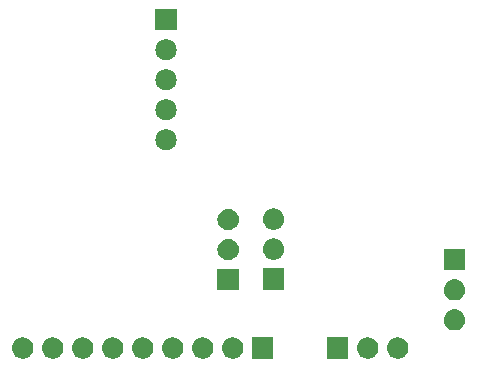
<source format=gbr>
G04 #@! TF.GenerationSoftware,KiCad,Pcbnew,(6.0.0-rc1-dev-1027-g90233e5ec)*
G04 #@! TF.CreationDate,2018-11-05T19:20:42+01:00*
G04 #@! TF.ProjectId,eBoard_remote_reciever,65426F6172645F72656D6F74655F7265,rev?*
G04 #@! TF.SameCoordinates,Original*
G04 #@! TF.FileFunction,Soldermask,Bot*
G04 #@! TF.FilePolarity,Negative*
%FSLAX46Y46*%
G04 Gerber Fmt 4.6, Leading zero omitted, Abs format (unit mm)*
G04 Created by KiCad (PCBNEW (6.0.0-rc1-dev-1027-g90233e5ec)) date 05.11.2018 19.20.43*
%MOMM*%
%LPD*%
G01*
G04 APERTURE LIST*
%ADD10C,0.100000*%
G04 APERTURE END LIST*
D10*
G36*
X167750443Y-148965519D02*
X167816627Y-148972037D01*
X167929853Y-149006384D01*
X167986467Y-149023557D01*
X168125087Y-149097652D01*
X168142991Y-149107222D01*
X168178729Y-149136552D01*
X168280186Y-149219814D01*
X168363448Y-149321271D01*
X168392778Y-149357009D01*
X168392779Y-149357011D01*
X168476443Y-149513533D01*
X168476443Y-149513534D01*
X168527963Y-149683373D01*
X168545359Y-149860000D01*
X168527963Y-150036627D01*
X168493616Y-150149853D01*
X168476443Y-150206467D01*
X168402348Y-150345087D01*
X168392778Y-150362991D01*
X168363448Y-150398729D01*
X168280186Y-150500186D01*
X168178729Y-150583448D01*
X168142991Y-150612778D01*
X168142989Y-150612779D01*
X167986467Y-150696443D01*
X167929853Y-150713616D01*
X167816627Y-150747963D01*
X167750443Y-150754481D01*
X167684260Y-150761000D01*
X167595740Y-150761000D01*
X167529557Y-150754481D01*
X167463373Y-150747963D01*
X167350147Y-150713616D01*
X167293533Y-150696443D01*
X167137011Y-150612779D01*
X167137009Y-150612778D01*
X167101271Y-150583448D01*
X166999814Y-150500186D01*
X166916552Y-150398729D01*
X166887222Y-150362991D01*
X166877652Y-150345087D01*
X166803557Y-150206467D01*
X166786384Y-150149853D01*
X166752037Y-150036627D01*
X166734641Y-149860000D01*
X166752037Y-149683373D01*
X166803557Y-149513534D01*
X166803557Y-149513533D01*
X166887221Y-149357011D01*
X166887222Y-149357009D01*
X166916552Y-149321271D01*
X166999814Y-149219814D01*
X167101271Y-149136552D01*
X167137009Y-149107222D01*
X167154913Y-149097652D01*
X167293533Y-149023557D01*
X167350147Y-149006384D01*
X167463373Y-148972037D01*
X167529557Y-148965519D01*
X167595740Y-148959000D01*
X167684260Y-148959000D01*
X167750443Y-148965519D01*
X167750443Y-148965519D01*
G37*
G36*
X165210443Y-148965519D02*
X165276627Y-148972037D01*
X165389853Y-149006384D01*
X165446467Y-149023557D01*
X165585087Y-149097652D01*
X165602991Y-149107222D01*
X165638729Y-149136552D01*
X165740186Y-149219814D01*
X165823448Y-149321271D01*
X165852778Y-149357009D01*
X165852779Y-149357011D01*
X165936443Y-149513533D01*
X165936443Y-149513534D01*
X165987963Y-149683373D01*
X166005359Y-149860000D01*
X165987963Y-150036627D01*
X165953616Y-150149853D01*
X165936443Y-150206467D01*
X165862348Y-150345087D01*
X165852778Y-150362991D01*
X165823448Y-150398729D01*
X165740186Y-150500186D01*
X165638729Y-150583448D01*
X165602991Y-150612778D01*
X165602989Y-150612779D01*
X165446467Y-150696443D01*
X165389853Y-150713616D01*
X165276627Y-150747963D01*
X165210443Y-150754481D01*
X165144260Y-150761000D01*
X165055740Y-150761000D01*
X164989557Y-150754481D01*
X164923373Y-150747963D01*
X164810147Y-150713616D01*
X164753533Y-150696443D01*
X164597011Y-150612779D01*
X164597009Y-150612778D01*
X164561271Y-150583448D01*
X164459814Y-150500186D01*
X164376552Y-150398729D01*
X164347222Y-150362991D01*
X164337652Y-150345087D01*
X164263557Y-150206467D01*
X164246384Y-150149853D01*
X164212037Y-150036627D01*
X164194641Y-149860000D01*
X164212037Y-149683373D01*
X164263557Y-149513534D01*
X164263557Y-149513533D01*
X164347221Y-149357011D01*
X164347222Y-149357009D01*
X164376552Y-149321271D01*
X164459814Y-149219814D01*
X164561271Y-149136552D01*
X164597009Y-149107222D01*
X164614913Y-149097652D01*
X164753533Y-149023557D01*
X164810147Y-149006384D01*
X164923373Y-148972037D01*
X164989557Y-148965519D01*
X165055740Y-148959000D01*
X165144260Y-148959000D01*
X165210443Y-148965519D01*
X165210443Y-148965519D01*
G37*
G36*
X163461000Y-150761000D02*
X161659000Y-150761000D01*
X161659000Y-148959000D01*
X163461000Y-148959000D01*
X163461000Y-150761000D01*
X163461000Y-150761000D01*
G37*
G36*
X136000443Y-148965519D02*
X136066627Y-148972037D01*
X136179853Y-149006384D01*
X136236467Y-149023557D01*
X136375087Y-149097652D01*
X136392991Y-149107222D01*
X136428729Y-149136552D01*
X136530186Y-149219814D01*
X136613448Y-149321271D01*
X136642778Y-149357009D01*
X136642779Y-149357011D01*
X136726443Y-149513533D01*
X136726443Y-149513534D01*
X136777963Y-149683373D01*
X136795359Y-149860000D01*
X136777963Y-150036627D01*
X136743616Y-150149853D01*
X136726443Y-150206467D01*
X136652348Y-150345087D01*
X136642778Y-150362991D01*
X136613448Y-150398729D01*
X136530186Y-150500186D01*
X136428729Y-150583448D01*
X136392991Y-150612778D01*
X136392989Y-150612779D01*
X136236467Y-150696443D01*
X136179853Y-150713616D01*
X136066627Y-150747963D01*
X136000443Y-150754481D01*
X135934260Y-150761000D01*
X135845740Y-150761000D01*
X135779557Y-150754481D01*
X135713373Y-150747963D01*
X135600147Y-150713616D01*
X135543533Y-150696443D01*
X135387011Y-150612779D01*
X135387009Y-150612778D01*
X135351271Y-150583448D01*
X135249814Y-150500186D01*
X135166552Y-150398729D01*
X135137222Y-150362991D01*
X135127652Y-150345087D01*
X135053557Y-150206467D01*
X135036384Y-150149853D01*
X135002037Y-150036627D01*
X134984641Y-149860000D01*
X135002037Y-149683373D01*
X135053557Y-149513534D01*
X135053557Y-149513533D01*
X135137221Y-149357011D01*
X135137222Y-149357009D01*
X135166552Y-149321271D01*
X135249814Y-149219814D01*
X135351271Y-149136552D01*
X135387009Y-149107222D01*
X135404913Y-149097652D01*
X135543533Y-149023557D01*
X135600147Y-149006384D01*
X135713373Y-148972037D01*
X135779557Y-148965519D01*
X135845740Y-148959000D01*
X135934260Y-148959000D01*
X136000443Y-148965519D01*
X136000443Y-148965519D01*
G37*
G36*
X138540443Y-148965519D02*
X138606627Y-148972037D01*
X138719853Y-149006384D01*
X138776467Y-149023557D01*
X138915087Y-149097652D01*
X138932991Y-149107222D01*
X138968729Y-149136552D01*
X139070186Y-149219814D01*
X139153448Y-149321271D01*
X139182778Y-149357009D01*
X139182779Y-149357011D01*
X139266443Y-149513533D01*
X139266443Y-149513534D01*
X139317963Y-149683373D01*
X139335359Y-149860000D01*
X139317963Y-150036627D01*
X139283616Y-150149853D01*
X139266443Y-150206467D01*
X139192348Y-150345087D01*
X139182778Y-150362991D01*
X139153448Y-150398729D01*
X139070186Y-150500186D01*
X138968729Y-150583448D01*
X138932991Y-150612778D01*
X138932989Y-150612779D01*
X138776467Y-150696443D01*
X138719853Y-150713616D01*
X138606627Y-150747963D01*
X138540443Y-150754481D01*
X138474260Y-150761000D01*
X138385740Y-150761000D01*
X138319557Y-150754481D01*
X138253373Y-150747963D01*
X138140147Y-150713616D01*
X138083533Y-150696443D01*
X137927011Y-150612779D01*
X137927009Y-150612778D01*
X137891271Y-150583448D01*
X137789814Y-150500186D01*
X137706552Y-150398729D01*
X137677222Y-150362991D01*
X137667652Y-150345087D01*
X137593557Y-150206467D01*
X137576384Y-150149853D01*
X137542037Y-150036627D01*
X137524641Y-149860000D01*
X137542037Y-149683373D01*
X137593557Y-149513534D01*
X137593557Y-149513533D01*
X137677221Y-149357011D01*
X137677222Y-149357009D01*
X137706552Y-149321271D01*
X137789814Y-149219814D01*
X137891271Y-149136552D01*
X137927009Y-149107222D01*
X137944913Y-149097652D01*
X138083533Y-149023557D01*
X138140147Y-149006384D01*
X138253373Y-148972037D01*
X138319557Y-148965519D01*
X138385740Y-148959000D01*
X138474260Y-148959000D01*
X138540443Y-148965519D01*
X138540443Y-148965519D01*
G37*
G36*
X141080443Y-148965519D02*
X141146627Y-148972037D01*
X141259853Y-149006384D01*
X141316467Y-149023557D01*
X141455087Y-149097652D01*
X141472991Y-149107222D01*
X141508729Y-149136552D01*
X141610186Y-149219814D01*
X141693448Y-149321271D01*
X141722778Y-149357009D01*
X141722779Y-149357011D01*
X141806443Y-149513533D01*
X141806443Y-149513534D01*
X141857963Y-149683373D01*
X141875359Y-149860000D01*
X141857963Y-150036627D01*
X141823616Y-150149853D01*
X141806443Y-150206467D01*
X141732348Y-150345087D01*
X141722778Y-150362991D01*
X141693448Y-150398729D01*
X141610186Y-150500186D01*
X141508729Y-150583448D01*
X141472991Y-150612778D01*
X141472989Y-150612779D01*
X141316467Y-150696443D01*
X141259853Y-150713616D01*
X141146627Y-150747963D01*
X141080443Y-150754481D01*
X141014260Y-150761000D01*
X140925740Y-150761000D01*
X140859557Y-150754481D01*
X140793373Y-150747963D01*
X140680147Y-150713616D01*
X140623533Y-150696443D01*
X140467011Y-150612779D01*
X140467009Y-150612778D01*
X140431271Y-150583448D01*
X140329814Y-150500186D01*
X140246552Y-150398729D01*
X140217222Y-150362991D01*
X140207652Y-150345087D01*
X140133557Y-150206467D01*
X140116384Y-150149853D01*
X140082037Y-150036627D01*
X140064641Y-149860000D01*
X140082037Y-149683373D01*
X140133557Y-149513534D01*
X140133557Y-149513533D01*
X140217221Y-149357011D01*
X140217222Y-149357009D01*
X140246552Y-149321271D01*
X140329814Y-149219814D01*
X140431271Y-149136552D01*
X140467009Y-149107222D01*
X140484913Y-149097652D01*
X140623533Y-149023557D01*
X140680147Y-149006384D01*
X140793373Y-148972037D01*
X140859557Y-148965519D01*
X140925740Y-148959000D01*
X141014260Y-148959000D01*
X141080443Y-148965519D01*
X141080443Y-148965519D01*
G37*
G36*
X143620443Y-148965519D02*
X143686627Y-148972037D01*
X143799853Y-149006384D01*
X143856467Y-149023557D01*
X143995087Y-149097652D01*
X144012991Y-149107222D01*
X144048729Y-149136552D01*
X144150186Y-149219814D01*
X144233448Y-149321271D01*
X144262778Y-149357009D01*
X144262779Y-149357011D01*
X144346443Y-149513533D01*
X144346443Y-149513534D01*
X144397963Y-149683373D01*
X144415359Y-149860000D01*
X144397963Y-150036627D01*
X144363616Y-150149853D01*
X144346443Y-150206467D01*
X144272348Y-150345087D01*
X144262778Y-150362991D01*
X144233448Y-150398729D01*
X144150186Y-150500186D01*
X144048729Y-150583448D01*
X144012991Y-150612778D01*
X144012989Y-150612779D01*
X143856467Y-150696443D01*
X143799853Y-150713616D01*
X143686627Y-150747963D01*
X143620443Y-150754481D01*
X143554260Y-150761000D01*
X143465740Y-150761000D01*
X143399557Y-150754481D01*
X143333373Y-150747963D01*
X143220147Y-150713616D01*
X143163533Y-150696443D01*
X143007011Y-150612779D01*
X143007009Y-150612778D01*
X142971271Y-150583448D01*
X142869814Y-150500186D01*
X142786552Y-150398729D01*
X142757222Y-150362991D01*
X142747652Y-150345087D01*
X142673557Y-150206467D01*
X142656384Y-150149853D01*
X142622037Y-150036627D01*
X142604641Y-149860000D01*
X142622037Y-149683373D01*
X142673557Y-149513534D01*
X142673557Y-149513533D01*
X142757221Y-149357011D01*
X142757222Y-149357009D01*
X142786552Y-149321271D01*
X142869814Y-149219814D01*
X142971271Y-149136552D01*
X143007009Y-149107222D01*
X143024913Y-149097652D01*
X143163533Y-149023557D01*
X143220147Y-149006384D01*
X143333373Y-148972037D01*
X143399557Y-148965519D01*
X143465740Y-148959000D01*
X143554260Y-148959000D01*
X143620443Y-148965519D01*
X143620443Y-148965519D01*
G37*
G36*
X146160443Y-148965519D02*
X146226627Y-148972037D01*
X146339853Y-149006384D01*
X146396467Y-149023557D01*
X146535087Y-149097652D01*
X146552991Y-149107222D01*
X146588729Y-149136552D01*
X146690186Y-149219814D01*
X146773448Y-149321271D01*
X146802778Y-149357009D01*
X146802779Y-149357011D01*
X146886443Y-149513533D01*
X146886443Y-149513534D01*
X146937963Y-149683373D01*
X146955359Y-149860000D01*
X146937963Y-150036627D01*
X146903616Y-150149853D01*
X146886443Y-150206467D01*
X146812348Y-150345087D01*
X146802778Y-150362991D01*
X146773448Y-150398729D01*
X146690186Y-150500186D01*
X146588729Y-150583448D01*
X146552991Y-150612778D01*
X146552989Y-150612779D01*
X146396467Y-150696443D01*
X146339853Y-150713616D01*
X146226627Y-150747963D01*
X146160443Y-150754481D01*
X146094260Y-150761000D01*
X146005740Y-150761000D01*
X145939557Y-150754481D01*
X145873373Y-150747963D01*
X145760147Y-150713616D01*
X145703533Y-150696443D01*
X145547011Y-150612779D01*
X145547009Y-150612778D01*
X145511271Y-150583448D01*
X145409814Y-150500186D01*
X145326552Y-150398729D01*
X145297222Y-150362991D01*
X145287652Y-150345087D01*
X145213557Y-150206467D01*
X145196384Y-150149853D01*
X145162037Y-150036627D01*
X145144641Y-149860000D01*
X145162037Y-149683373D01*
X145213557Y-149513534D01*
X145213557Y-149513533D01*
X145297221Y-149357011D01*
X145297222Y-149357009D01*
X145326552Y-149321271D01*
X145409814Y-149219814D01*
X145511271Y-149136552D01*
X145547009Y-149107222D01*
X145564913Y-149097652D01*
X145703533Y-149023557D01*
X145760147Y-149006384D01*
X145873373Y-148972037D01*
X145939557Y-148965519D01*
X146005740Y-148959000D01*
X146094260Y-148959000D01*
X146160443Y-148965519D01*
X146160443Y-148965519D01*
G37*
G36*
X148700443Y-148965519D02*
X148766627Y-148972037D01*
X148879853Y-149006384D01*
X148936467Y-149023557D01*
X149075087Y-149097652D01*
X149092991Y-149107222D01*
X149128729Y-149136552D01*
X149230186Y-149219814D01*
X149313448Y-149321271D01*
X149342778Y-149357009D01*
X149342779Y-149357011D01*
X149426443Y-149513533D01*
X149426443Y-149513534D01*
X149477963Y-149683373D01*
X149495359Y-149860000D01*
X149477963Y-150036627D01*
X149443616Y-150149853D01*
X149426443Y-150206467D01*
X149352348Y-150345087D01*
X149342778Y-150362991D01*
X149313448Y-150398729D01*
X149230186Y-150500186D01*
X149128729Y-150583448D01*
X149092991Y-150612778D01*
X149092989Y-150612779D01*
X148936467Y-150696443D01*
X148879853Y-150713616D01*
X148766627Y-150747963D01*
X148700443Y-150754481D01*
X148634260Y-150761000D01*
X148545740Y-150761000D01*
X148479557Y-150754481D01*
X148413373Y-150747963D01*
X148300147Y-150713616D01*
X148243533Y-150696443D01*
X148087011Y-150612779D01*
X148087009Y-150612778D01*
X148051271Y-150583448D01*
X147949814Y-150500186D01*
X147866552Y-150398729D01*
X147837222Y-150362991D01*
X147827652Y-150345087D01*
X147753557Y-150206467D01*
X147736384Y-150149853D01*
X147702037Y-150036627D01*
X147684641Y-149860000D01*
X147702037Y-149683373D01*
X147753557Y-149513534D01*
X147753557Y-149513533D01*
X147837221Y-149357011D01*
X147837222Y-149357009D01*
X147866552Y-149321271D01*
X147949814Y-149219814D01*
X148051271Y-149136552D01*
X148087009Y-149107222D01*
X148104913Y-149097652D01*
X148243533Y-149023557D01*
X148300147Y-149006384D01*
X148413373Y-148972037D01*
X148479557Y-148965519D01*
X148545740Y-148959000D01*
X148634260Y-148959000D01*
X148700443Y-148965519D01*
X148700443Y-148965519D01*
G37*
G36*
X151240443Y-148965519D02*
X151306627Y-148972037D01*
X151419853Y-149006384D01*
X151476467Y-149023557D01*
X151615087Y-149097652D01*
X151632991Y-149107222D01*
X151668729Y-149136552D01*
X151770186Y-149219814D01*
X151853448Y-149321271D01*
X151882778Y-149357009D01*
X151882779Y-149357011D01*
X151966443Y-149513533D01*
X151966443Y-149513534D01*
X152017963Y-149683373D01*
X152035359Y-149860000D01*
X152017963Y-150036627D01*
X151983616Y-150149853D01*
X151966443Y-150206467D01*
X151892348Y-150345087D01*
X151882778Y-150362991D01*
X151853448Y-150398729D01*
X151770186Y-150500186D01*
X151668729Y-150583448D01*
X151632991Y-150612778D01*
X151632989Y-150612779D01*
X151476467Y-150696443D01*
X151419853Y-150713616D01*
X151306627Y-150747963D01*
X151240443Y-150754481D01*
X151174260Y-150761000D01*
X151085740Y-150761000D01*
X151019557Y-150754481D01*
X150953373Y-150747963D01*
X150840147Y-150713616D01*
X150783533Y-150696443D01*
X150627011Y-150612779D01*
X150627009Y-150612778D01*
X150591271Y-150583448D01*
X150489814Y-150500186D01*
X150406552Y-150398729D01*
X150377222Y-150362991D01*
X150367652Y-150345087D01*
X150293557Y-150206467D01*
X150276384Y-150149853D01*
X150242037Y-150036627D01*
X150224641Y-149860000D01*
X150242037Y-149683373D01*
X150293557Y-149513534D01*
X150293557Y-149513533D01*
X150377221Y-149357011D01*
X150377222Y-149357009D01*
X150406552Y-149321271D01*
X150489814Y-149219814D01*
X150591271Y-149136552D01*
X150627009Y-149107222D01*
X150644913Y-149097652D01*
X150783533Y-149023557D01*
X150840147Y-149006384D01*
X150953373Y-148972037D01*
X151019557Y-148965519D01*
X151085740Y-148959000D01*
X151174260Y-148959000D01*
X151240443Y-148965519D01*
X151240443Y-148965519D01*
G37*
G36*
X153780443Y-148965519D02*
X153846627Y-148972037D01*
X153959853Y-149006384D01*
X154016467Y-149023557D01*
X154155087Y-149097652D01*
X154172991Y-149107222D01*
X154208729Y-149136552D01*
X154310186Y-149219814D01*
X154393448Y-149321271D01*
X154422778Y-149357009D01*
X154422779Y-149357011D01*
X154506443Y-149513533D01*
X154506443Y-149513534D01*
X154557963Y-149683373D01*
X154575359Y-149860000D01*
X154557963Y-150036627D01*
X154523616Y-150149853D01*
X154506443Y-150206467D01*
X154432348Y-150345087D01*
X154422778Y-150362991D01*
X154393448Y-150398729D01*
X154310186Y-150500186D01*
X154208729Y-150583448D01*
X154172991Y-150612778D01*
X154172989Y-150612779D01*
X154016467Y-150696443D01*
X153959853Y-150713616D01*
X153846627Y-150747963D01*
X153780443Y-150754481D01*
X153714260Y-150761000D01*
X153625740Y-150761000D01*
X153559557Y-150754481D01*
X153493373Y-150747963D01*
X153380147Y-150713616D01*
X153323533Y-150696443D01*
X153167011Y-150612779D01*
X153167009Y-150612778D01*
X153131271Y-150583448D01*
X153029814Y-150500186D01*
X152946552Y-150398729D01*
X152917222Y-150362991D01*
X152907652Y-150345087D01*
X152833557Y-150206467D01*
X152816384Y-150149853D01*
X152782037Y-150036627D01*
X152764641Y-149860000D01*
X152782037Y-149683373D01*
X152833557Y-149513534D01*
X152833557Y-149513533D01*
X152917221Y-149357011D01*
X152917222Y-149357009D01*
X152946552Y-149321271D01*
X153029814Y-149219814D01*
X153131271Y-149136552D01*
X153167009Y-149107222D01*
X153184913Y-149097652D01*
X153323533Y-149023557D01*
X153380147Y-149006384D01*
X153493373Y-148972037D01*
X153559557Y-148965519D01*
X153625740Y-148959000D01*
X153714260Y-148959000D01*
X153780443Y-148965519D01*
X153780443Y-148965519D01*
G37*
G36*
X157111000Y-150761000D02*
X155309000Y-150761000D01*
X155309000Y-148959000D01*
X157111000Y-148959000D01*
X157111000Y-150761000D01*
X157111000Y-150761000D01*
G37*
G36*
X172561203Y-146582999D02*
X172627387Y-146589517D01*
X172740613Y-146623864D01*
X172797227Y-146641037D01*
X172935847Y-146715132D01*
X172953751Y-146724702D01*
X172989489Y-146754032D01*
X173090946Y-146837294D01*
X173174208Y-146938751D01*
X173203538Y-146974489D01*
X173203539Y-146974491D01*
X173287203Y-147131013D01*
X173287203Y-147131014D01*
X173338723Y-147300853D01*
X173356119Y-147477480D01*
X173338723Y-147654107D01*
X173304376Y-147767333D01*
X173287203Y-147823947D01*
X173213108Y-147962567D01*
X173203538Y-147980471D01*
X173174208Y-148016209D01*
X173090946Y-148117666D01*
X172989489Y-148200928D01*
X172953751Y-148230258D01*
X172953749Y-148230259D01*
X172797227Y-148313923D01*
X172740613Y-148331096D01*
X172627387Y-148365443D01*
X172561203Y-148371961D01*
X172495020Y-148378480D01*
X172406500Y-148378480D01*
X172340317Y-148371961D01*
X172274133Y-148365443D01*
X172160907Y-148331096D01*
X172104293Y-148313923D01*
X171947771Y-148230259D01*
X171947769Y-148230258D01*
X171912031Y-148200928D01*
X171810574Y-148117666D01*
X171727312Y-148016209D01*
X171697982Y-147980471D01*
X171688412Y-147962567D01*
X171614317Y-147823947D01*
X171597144Y-147767333D01*
X171562797Y-147654107D01*
X171545401Y-147477480D01*
X171562797Y-147300853D01*
X171614317Y-147131014D01*
X171614317Y-147131013D01*
X171697981Y-146974491D01*
X171697982Y-146974489D01*
X171727312Y-146938751D01*
X171810574Y-146837294D01*
X171912031Y-146754032D01*
X171947769Y-146724702D01*
X171965673Y-146715132D01*
X172104293Y-146641037D01*
X172160907Y-146623864D01*
X172274133Y-146589517D01*
X172340317Y-146582999D01*
X172406500Y-146576480D01*
X172495020Y-146576480D01*
X172561203Y-146582999D01*
X172561203Y-146582999D01*
G37*
G36*
X172561203Y-144042999D02*
X172627387Y-144049517D01*
X172740613Y-144083864D01*
X172797227Y-144101037D01*
X172935847Y-144175132D01*
X172953751Y-144184702D01*
X172989489Y-144214032D01*
X173090946Y-144297294D01*
X173174208Y-144398751D01*
X173203538Y-144434489D01*
X173203539Y-144434491D01*
X173287203Y-144591013D01*
X173287203Y-144591014D01*
X173338723Y-144760853D01*
X173356119Y-144937480D01*
X173338723Y-145114107D01*
X173304376Y-145227333D01*
X173287203Y-145283947D01*
X173213108Y-145422567D01*
X173203538Y-145440471D01*
X173174208Y-145476209D01*
X173090946Y-145577666D01*
X172989489Y-145660928D01*
X172953751Y-145690258D01*
X172953749Y-145690259D01*
X172797227Y-145773923D01*
X172740613Y-145791096D01*
X172627387Y-145825443D01*
X172561202Y-145831962D01*
X172495020Y-145838480D01*
X172406500Y-145838480D01*
X172340318Y-145831962D01*
X172274133Y-145825443D01*
X172160907Y-145791096D01*
X172104293Y-145773923D01*
X171947771Y-145690259D01*
X171947769Y-145690258D01*
X171912031Y-145660928D01*
X171810574Y-145577666D01*
X171727312Y-145476209D01*
X171697982Y-145440471D01*
X171688412Y-145422567D01*
X171614317Y-145283947D01*
X171597144Y-145227333D01*
X171562797Y-145114107D01*
X171545401Y-144937480D01*
X171562797Y-144760853D01*
X171614317Y-144591014D01*
X171614317Y-144591013D01*
X171697981Y-144434491D01*
X171697982Y-144434489D01*
X171727312Y-144398751D01*
X171810574Y-144297294D01*
X171912031Y-144214032D01*
X171947769Y-144184702D01*
X171965673Y-144175132D01*
X172104293Y-144101037D01*
X172160907Y-144083864D01*
X172274133Y-144049517D01*
X172340317Y-144042999D01*
X172406500Y-144036480D01*
X172495020Y-144036480D01*
X172561203Y-144042999D01*
X172561203Y-144042999D01*
G37*
G36*
X154184920Y-144964720D02*
X152382920Y-144964720D01*
X152382920Y-143162720D01*
X154184920Y-143162720D01*
X154184920Y-144964720D01*
X154184920Y-144964720D01*
G37*
G36*
X158035560Y-144919000D02*
X156233560Y-144919000D01*
X156233560Y-143117000D01*
X158035560Y-143117000D01*
X158035560Y-144919000D01*
X158035560Y-144919000D01*
G37*
G36*
X173351760Y-143298480D02*
X171549760Y-143298480D01*
X171549760Y-141496480D01*
X173351760Y-141496480D01*
X173351760Y-143298480D01*
X173351760Y-143298480D01*
G37*
G36*
X153394362Y-140629238D02*
X153460547Y-140635757D01*
X153573773Y-140670104D01*
X153630387Y-140687277D01*
X153701374Y-140725221D01*
X153786911Y-140770942D01*
X153822649Y-140800272D01*
X153924106Y-140883534D01*
X153999176Y-140975009D01*
X154036698Y-141020729D01*
X154036699Y-141020731D01*
X154120363Y-141177253D01*
X154120363Y-141177254D01*
X154171883Y-141347093D01*
X154189279Y-141523720D01*
X154171883Y-141700347D01*
X154137536Y-141813573D01*
X154120363Y-141870187D01*
X154061137Y-141980989D01*
X154036698Y-142026711D01*
X154007368Y-142062449D01*
X153924106Y-142163906D01*
X153822649Y-142247168D01*
X153786911Y-142276498D01*
X153786909Y-142276499D01*
X153630387Y-142360163D01*
X153573773Y-142377336D01*
X153460547Y-142411683D01*
X153394362Y-142418202D01*
X153328180Y-142424720D01*
X153239660Y-142424720D01*
X153173478Y-142418202D01*
X153107293Y-142411683D01*
X152994067Y-142377336D01*
X152937453Y-142360163D01*
X152780931Y-142276499D01*
X152780929Y-142276498D01*
X152745191Y-142247168D01*
X152643734Y-142163906D01*
X152560472Y-142062449D01*
X152531142Y-142026711D01*
X152506703Y-141980989D01*
X152447477Y-141870187D01*
X152430304Y-141813573D01*
X152395957Y-141700347D01*
X152378561Y-141523720D01*
X152395957Y-141347093D01*
X152447477Y-141177254D01*
X152447477Y-141177253D01*
X152531141Y-141020731D01*
X152531142Y-141020729D01*
X152568664Y-140975009D01*
X152643734Y-140883534D01*
X152745191Y-140800272D01*
X152780929Y-140770942D01*
X152866466Y-140725221D01*
X152937453Y-140687277D01*
X152994067Y-140670104D01*
X153107293Y-140635757D01*
X153173478Y-140629238D01*
X153239660Y-140622720D01*
X153328180Y-140622720D01*
X153394362Y-140629238D01*
X153394362Y-140629238D01*
G37*
G36*
X157245003Y-140583519D02*
X157311187Y-140590037D01*
X157418929Y-140622720D01*
X157481027Y-140641557D01*
X157619647Y-140715652D01*
X157637551Y-140725222D01*
X157673289Y-140754552D01*
X157774746Y-140837814D01*
X157858008Y-140939271D01*
X157887338Y-140975009D01*
X157887339Y-140975011D01*
X157971003Y-141131533D01*
X157971003Y-141131534D01*
X158022523Y-141301373D01*
X158039919Y-141478000D01*
X158022523Y-141654627D01*
X158008654Y-141700347D01*
X157971003Y-141824467D01*
X157896908Y-141963087D01*
X157887338Y-141980991D01*
X157858008Y-142016729D01*
X157774746Y-142118186D01*
X157673289Y-142201448D01*
X157637551Y-142230778D01*
X157637549Y-142230779D01*
X157481027Y-142314443D01*
X157424413Y-142331616D01*
X157311187Y-142365963D01*
X157245002Y-142372482D01*
X157178820Y-142379000D01*
X157090300Y-142379000D01*
X157024118Y-142372482D01*
X156957933Y-142365963D01*
X156844707Y-142331616D01*
X156788093Y-142314443D01*
X156631571Y-142230779D01*
X156631569Y-142230778D01*
X156595831Y-142201448D01*
X156494374Y-142118186D01*
X156411112Y-142016729D01*
X156381782Y-141980991D01*
X156372212Y-141963087D01*
X156298117Y-141824467D01*
X156260466Y-141700347D01*
X156246597Y-141654627D01*
X156229201Y-141478000D01*
X156246597Y-141301373D01*
X156298117Y-141131534D01*
X156298117Y-141131533D01*
X156381781Y-140975011D01*
X156381782Y-140975009D01*
X156411112Y-140939271D01*
X156494374Y-140837814D01*
X156595831Y-140754552D01*
X156631569Y-140725222D01*
X156649473Y-140715652D01*
X156788093Y-140641557D01*
X156850191Y-140622720D01*
X156957933Y-140590037D01*
X157024117Y-140583519D01*
X157090300Y-140577000D01*
X157178820Y-140577000D01*
X157245003Y-140583519D01*
X157245003Y-140583519D01*
G37*
G36*
X153394363Y-138089239D02*
X153460547Y-138095757D01*
X153573773Y-138130104D01*
X153630387Y-138147277D01*
X153701374Y-138185221D01*
X153786911Y-138230942D01*
X153822649Y-138260272D01*
X153924106Y-138343534D01*
X153999176Y-138435009D01*
X154036698Y-138480729D01*
X154036699Y-138480731D01*
X154120363Y-138637253D01*
X154120363Y-138637254D01*
X154171883Y-138807093D01*
X154189279Y-138983720D01*
X154171883Y-139160347D01*
X154137536Y-139273573D01*
X154120363Y-139330187D01*
X154061137Y-139440989D01*
X154036698Y-139486711D01*
X154007368Y-139522449D01*
X153924106Y-139623906D01*
X153822649Y-139707168D01*
X153786911Y-139736498D01*
X153786909Y-139736499D01*
X153630387Y-139820163D01*
X153573773Y-139837336D01*
X153460547Y-139871683D01*
X153394362Y-139878202D01*
X153328180Y-139884720D01*
X153239660Y-139884720D01*
X153173478Y-139878202D01*
X153107293Y-139871683D01*
X152994067Y-139837336D01*
X152937453Y-139820163D01*
X152780931Y-139736499D01*
X152780929Y-139736498D01*
X152745191Y-139707168D01*
X152643734Y-139623906D01*
X152560472Y-139522449D01*
X152531142Y-139486711D01*
X152506703Y-139440989D01*
X152447477Y-139330187D01*
X152430304Y-139273573D01*
X152395957Y-139160347D01*
X152378561Y-138983720D01*
X152395957Y-138807093D01*
X152447477Y-138637254D01*
X152447477Y-138637253D01*
X152531141Y-138480731D01*
X152531142Y-138480729D01*
X152568664Y-138435009D01*
X152643734Y-138343534D01*
X152745191Y-138260272D01*
X152780929Y-138230942D01*
X152866466Y-138185221D01*
X152937453Y-138147277D01*
X152994067Y-138130104D01*
X153107293Y-138095757D01*
X153173477Y-138089239D01*
X153239660Y-138082720D01*
X153328180Y-138082720D01*
X153394363Y-138089239D01*
X153394363Y-138089239D01*
G37*
G36*
X157245002Y-138043518D02*
X157311187Y-138050037D01*
X157418929Y-138082720D01*
X157481027Y-138101557D01*
X157619647Y-138175652D01*
X157637551Y-138185222D01*
X157673289Y-138214552D01*
X157774746Y-138297814D01*
X157858008Y-138399271D01*
X157887338Y-138435009D01*
X157887339Y-138435011D01*
X157971003Y-138591533D01*
X157971003Y-138591534D01*
X158022523Y-138761373D01*
X158039919Y-138938000D01*
X158022523Y-139114627D01*
X158008654Y-139160347D01*
X157971003Y-139284467D01*
X157896908Y-139423087D01*
X157887338Y-139440991D01*
X157858008Y-139476729D01*
X157774746Y-139578186D01*
X157673289Y-139661448D01*
X157637551Y-139690778D01*
X157637549Y-139690779D01*
X157481027Y-139774443D01*
X157424413Y-139791616D01*
X157311187Y-139825963D01*
X157245003Y-139832481D01*
X157178820Y-139839000D01*
X157090300Y-139839000D01*
X157024117Y-139832481D01*
X156957933Y-139825963D01*
X156844707Y-139791616D01*
X156788093Y-139774443D01*
X156631571Y-139690779D01*
X156631569Y-139690778D01*
X156595831Y-139661448D01*
X156494374Y-139578186D01*
X156411112Y-139476729D01*
X156381782Y-139440991D01*
X156372212Y-139423087D01*
X156298117Y-139284467D01*
X156260466Y-139160347D01*
X156246597Y-139114627D01*
X156229201Y-138938000D01*
X156246597Y-138761373D01*
X156298117Y-138591534D01*
X156298117Y-138591533D01*
X156381781Y-138435011D01*
X156381782Y-138435009D01*
X156411112Y-138399271D01*
X156494374Y-138297814D01*
X156595831Y-138214552D01*
X156631569Y-138185222D01*
X156649473Y-138175652D01*
X156788093Y-138101557D01*
X156850191Y-138082720D01*
X156957933Y-138050037D01*
X157024118Y-138043518D01*
X157090300Y-138037000D01*
X157178820Y-138037000D01*
X157245002Y-138043518D01*
X157245002Y-138043518D01*
G37*
G36*
X148136563Y-131322679D02*
X148202747Y-131329197D01*
X148315973Y-131363544D01*
X148372587Y-131380717D01*
X148511207Y-131454812D01*
X148529111Y-131464382D01*
X148564849Y-131493712D01*
X148666306Y-131576974D01*
X148749568Y-131678431D01*
X148778898Y-131714169D01*
X148778899Y-131714171D01*
X148862563Y-131870693D01*
X148862563Y-131870694D01*
X148914083Y-132040533D01*
X148931479Y-132217160D01*
X148914083Y-132393787D01*
X148879736Y-132507013D01*
X148862563Y-132563627D01*
X148788468Y-132702247D01*
X148778898Y-132720151D01*
X148749568Y-132755889D01*
X148666306Y-132857346D01*
X148564849Y-132940608D01*
X148529111Y-132969938D01*
X148529109Y-132969939D01*
X148372587Y-133053603D01*
X148315973Y-133070776D01*
X148202747Y-133105123D01*
X148136562Y-133111642D01*
X148070380Y-133118160D01*
X147981860Y-133118160D01*
X147915678Y-133111642D01*
X147849493Y-133105123D01*
X147736267Y-133070776D01*
X147679653Y-133053603D01*
X147523131Y-132969939D01*
X147523129Y-132969938D01*
X147487391Y-132940608D01*
X147385934Y-132857346D01*
X147302672Y-132755889D01*
X147273342Y-132720151D01*
X147263772Y-132702247D01*
X147189677Y-132563627D01*
X147172504Y-132507013D01*
X147138157Y-132393787D01*
X147120761Y-132217160D01*
X147138157Y-132040533D01*
X147189677Y-131870694D01*
X147189677Y-131870693D01*
X147273341Y-131714171D01*
X147273342Y-131714169D01*
X147302672Y-131678431D01*
X147385934Y-131576974D01*
X147487391Y-131493712D01*
X147523129Y-131464382D01*
X147541033Y-131454812D01*
X147679653Y-131380717D01*
X147736267Y-131363544D01*
X147849493Y-131329197D01*
X147915677Y-131322679D01*
X147981860Y-131316160D01*
X148070380Y-131316160D01*
X148136563Y-131322679D01*
X148136563Y-131322679D01*
G37*
G36*
X148136562Y-128782678D02*
X148202747Y-128789197D01*
X148315973Y-128823544D01*
X148372587Y-128840717D01*
X148511207Y-128914812D01*
X148529111Y-128924382D01*
X148564849Y-128953712D01*
X148666306Y-129036974D01*
X148749568Y-129138431D01*
X148778898Y-129174169D01*
X148778899Y-129174171D01*
X148862563Y-129330693D01*
X148862563Y-129330694D01*
X148914083Y-129500533D01*
X148931479Y-129677160D01*
X148914083Y-129853787D01*
X148879736Y-129967013D01*
X148862563Y-130023627D01*
X148788468Y-130162247D01*
X148778898Y-130180151D01*
X148749568Y-130215889D01*
X148666306Y-130317346D01*
X148564849Y-130400608D01*
X148529111Y-130429938D01*
X148529109Y-130429939D01*
X148372587Y-130513603D01*
X148315973Y-130530776D01*
X148202747Y-130565123D01*
X148136563Y-130571641D01*
X148070380Y-130578160D01*
X147981860Y-130578160D01*
X147915677Y-130571641D01*
X147849493Y-130565123D01*
X147736267Y-130530776D01*
X147679653Y-130513603D01*
X147523131Y-130429939D01*
X147523129Y-130429938D01*
X147487391Y-130400608D01*
X147385934Y-130317346D01*
X147302672Y-130215889D01*
X147273342Y-130180151D01*
X147263772Y-130162247D01*
X147189677Y-130023627D01*
X147172504Y-129967013D01*
X147138157Y-129853787D01*
X147120761Y-129677160D01*
X147138157Y-129500533D01*
X147189677Y-129330694D01*
X147189677Y-129330693D01*
X147273341Y-129174171D01*
X147273342Y-129174169D01*
X147302672Y-129138431D01*
X147385934Y-129036974D01*
X147487391Y-128953712D01*
X147523129Y-128924382D01*
X147541033Y-128914812D01*
X147679653Y-128840717D01*
X147736267Y-128823544D01*
X147849493Y-128789197D01*
X147915678Y-128782678D01*
X147981860Y-128776160D01*
X148070380Y-128776160D01*
X148136562Y-128782678D01*
X148136562Y-128782678D01*
G37*
G36*
X148136563Y-126242679D02*
X148202747Y-126249197D01*
X148315973Y-126283544D01*
X148372587Y-126300717D01*
X148511207Y-126374812D01*
X148529111Y-126384382D01*
X148564849Y-126413712D01*
X148666306Y-126496974D01*
X148749568Y-126598431D01*
X148778898Y-126634169D01*
X148778899Y-126634171D01*
X148862563Y-126790693D01*
X148862563Y-126790694D01*
X148914083Y-126960533D01*
X148931479Y-127137160D01*
X148914083Y-127313787D01*
X148879736Y-127427013D01*
X148862563Y-127483627D01*
X148788468Y-127622247D01*
X148778898Y-127640151D01*
X148749568Y-127675889D01*
X148666306Y-127777346D01*
X148564849Y-127860608D01*
X148529111Y-127889938D01*
X148529109Y-127889939D01*
X148372587Y-127973603D01*
X148315973Y-127990776D01*
X148202747Y-128025123D01*
X148136563Y-128031641D01*
X148070380Y-128038160D01*
X147981860Y-128038160D01*
X147915677Y-128031641D01*
X147849493Y-128025123D01*
X147736267Y-127990776D01*
X147679653Y-127973603D01*
X147523131Y-127889939D01*
X147523129Y-127889938D01*
X147487391Y-127860608D01*
X147385934Y-127777346D01*
X147302672Y-127675889D01*
X147273342Y-127640151D01*
X147263772Y-127622247D01*
X147189677Y-127483627D01*
X147172504Y-127427013D01*
X147138157Y-127313787D01*
X147120761Y-127137160D01*
X147138157Y-126960533D01*
X147189677Y-126790694D01*
X147189677Y-126790693D01*
X147273341Y-126634171D01*
X147273342Y-126634169D01*
X147302672Y-126598431D01*
X147385934Y-126496974D01*
X147487391Y-126413712D01*
X147523129Y-126384382D01*
X147541033Y-126374812D01*
X147679653Y-126300717D01*
X147736267Y-126283544D01*
X147849493Y-126249197D01*
X147915677Y-126242679D01*
X147981860Y-126236160D01*
X148070380Y-126236160D01*
X148136563Y-126242679D01*
X148136563Y-126242679D01*
G37*
G36*
X148136563Y-123702679D02*
X148202747Y-123709197D01*
X148315973Y-123743544D01*
X148372587Y-123760717D01*
X148511207Y-123834812D01*
X148529111Y-123844382D01*
X148564849Y-123873712D01*
X148666306Y-123956974D01*
X148749568Y-124058431D01*
X148778898Y-124094169D01*
X148778899Y-124094171D01*
X148862563Y-124250693D01*
X148862563Y-124250694D01*
X148914083Y-124420533D01*
X148931479Y-124597160D01*
X148914083Y-124773787D01*
X148879736Y-124887013D01*
X148862563Y-124943627D01*
X148788468Y-125082247D01*
X148778898Y-125100151D01*
X148749568Y-125135889D01*
X148666306Y-125237346D01*
X148564849Y-125320608D01*
X148529111Y-125349938D01*
X148529109Y-125349939D01*
X148372587Y-125433603D01*
X148315973Y-125450776D01*
X148202747Y-125485123D01*
X148136562Y-125491642D01*
X148070380Y-125498160D01*
X147981860Y-125498160D01*
X147915678Y-125491642D01*
X147849493Y-125485123D01*
X147736267Y-125450776D01*
X147679653Y-125433603D01*
X147523131Y-125349939D01*
X147523129Y-125349938D01*
X147487391Y-125320608D01*
X147385934Y-125237346D01*
X147302672Y-125135889D01*
X147273342Y-125100151D01*
X147263772Y-125082247D01*
X147189677Y-124943627D01*
X147172504Y-124887013D01*
X147138157Y-124773787D01*
X147120761Y-124597160D01*
X147138157Y-124420533D01*
X147189677Y-124250694D01*
X147189677Y-124250693D01*
X147273341Y-124094171D01*
X147273342Y-124094169D01*
X147302672Y-124058431D01*
X147385934Y-123956974D01*
X147487391Y-123873712D01*
X147523129Y-123844382D01*
X147541033Y-123834812D01*
X147679653Y-123760717D01*
X147736267Y-123743544D01*
X147849493Y-123709197D01*
X147915677Y-123702679D01*
X147981860Y-123696160D01*
X148070380Y-123696160D01*
X148136563Y-123702679D01*
X148136563Y-123702679D01*
G37*
G36*
X148927120Y-122958160D02*
X147125120Y-122958160D01*
X147125120Y-121156160D01*
X148927120Y-121156160D01*
X148927120Y-122958160D01*
X148927120Y-122958160D01*
G37*
M02*

</source>
